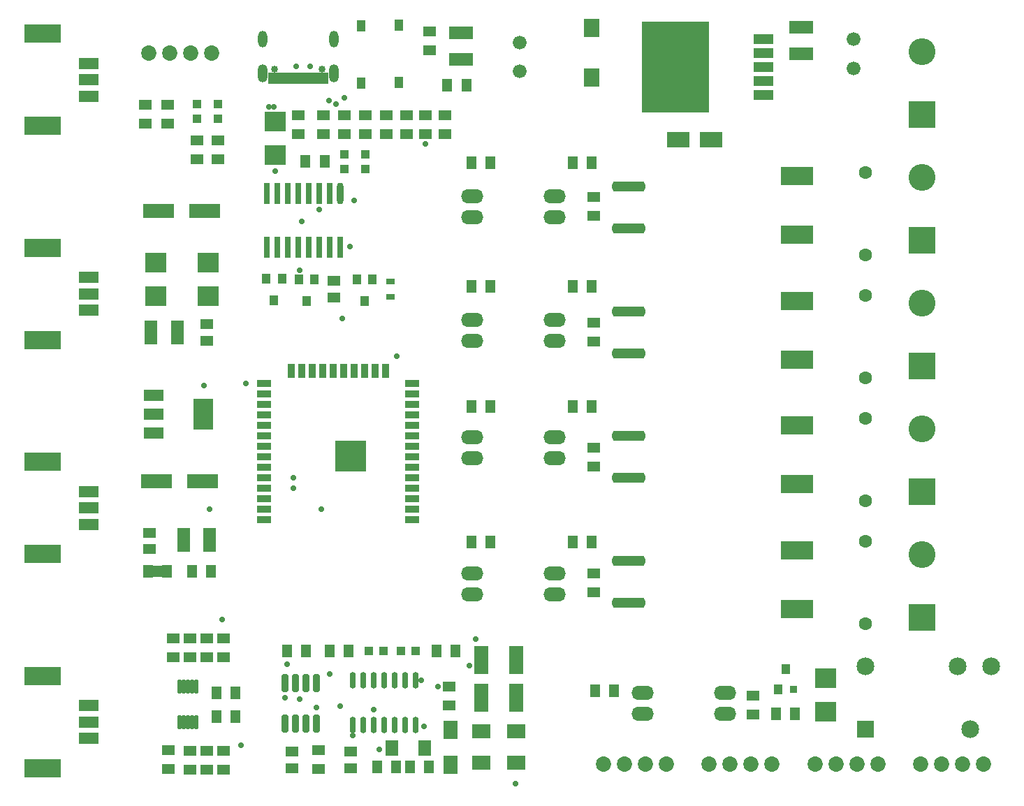
<source format=gts>
G04*
G04 #@! TF.GenerationSoftware,Altium Limited,Altium Designer,19.0.10 (269)*
G04*
G04 Layer_Color=8388736*
%FSTAX24Y24*%
%MOIN*%
G70*
G01*
G75*
%ADD46R,0.1457X0.1457*%
%ADD47R,0.0354X0.0709*%
%ADD48R,0.0709X0.0354*%
%ADD50R,0.0354X0.0374*%
%ADD64R,0.0395X0.0434*%
%ADD65R,0.0630X0.0474*%
%ADD66R,0.0474X0.0630*%
%ADD67R,0.0630X0.0513*%
G04:AMPARAMS|DCode=68|XSize=85.6mil|YSize=31.2mil|CornerRadius=6.9mil|HoleSize=0mil|Usage=FLASHONLY|Rotation=270.000|XOffset=0mil|YOffset=0mil|HoleType=Round|Shape=RoundedRectangle|*
%AMROUNDEDRECTD68*
21,1,0.0856,0.0174,0,0,270.0*
21,1,0.0718,0.0312,0,0,270.0*
1,1,0.0138,-0.0087,-0.0359*
1,1,0.0138,-0.0087,0.0359*
1,1,0.0138,0.0087,0.0359*
1,1,0.0138,0.0087,-0.0359*
%
%ADD68ROUNDEDRECTD68*%
%ADD69O,0.0297X0.0789*%
%ADD70R,0.0434X0.0395*%
%ADD71R,0.0671X0.1340*%
%ADD72R,0.0619X0.0718*%
%ADD73R,0.0915X0.0671*%
%ADD74R,0.0671X0.0915*%
%ADD75R,0.0493X0.0592*%
%ADD76R,0.0962X0.1497*%
%ADD77R,0.0962X0.0560*%
G04:AMPARAMS|DCode=78|XSize=65.9mil|YSize=19mil|CornerRadius=5.4mil|HoleSize=0mil|Usage=FLASHONLY|Rotation=270.000|XOffset=0mil|YOffset=0mil|HoleType=Round|Shape=RoundedRectangle|*
%AMROUNDEDRECTD78*
21,1,0.0659,0.0083,0,0,270.0*
21,1,0.0551,0.0190,0,0,270.0*
1,1,0.0108,-0.0041,-0.0276*
1,1,0.0108,-0.0041,0.0276*
1,1,0.0108,0.0041,0.0276*
1,1,0.0108,0.0041,-0.0276*
%
%ADD78ROUNDEDRECTD78*%
%ADD79R,0.0986X0.0980*%
%ADD80R,0.1458X0.0710*%
%ADD81R,0.0592X0.1143*%
%ADD82R,0.0970X0.0570*%
%ADD83R,0.1750X0.0890*%
%ADD84O,0.1064X0.0671*%
%ADD85R,0.0434X0.0454*%
%ADD86R,0.0310X0.1044*%
%ADD87O,0.0310X0.1044*%
%ADD88R,0.0198X0.0529*%
%ADD89R,0.0395X0.0552*%
%ADD90R,0.1580X0.0880*%
G04:AMPARAMS|DCode=91|XSize=49.7mil|YSize=156.8mil|CornerRadius=15.1mil|HoleSize=0mil|Usage=FLASHONLY|Rotation=270.000|XOffset=0mil|YOffset=0mil|HoleType=Round|Shape=RoundedRectangle|*
%AMROUNDEDRECTD91*
21,1,0.0497,0.1267,0,0,270.0*
21,1,0.0196,0.1568,0,0,270.0*
1,1,0.0301,-0.0634,-0.0098*
1,1,0.0301,-0.0634,0.0098*
1,1,0.0301,0.0634,0.0098*
1,1,0.0301,0.0634,-0.0098*
%
%ADD91ROUNDEDRECTD91*%
%ADD92R,0.0434X0.0316*%
%ADD93R,0.0395X0.0474*%
%ADD94R,0.0930X0.0501*%
%ADD95R,0.3230X0.4332*%
%ADD96R,0.0749X0.0867*%
%ADD97R,0.1143X0.0592*%
%ADD98R,0.1064X0.0749*%
%ADD99R,0.1280X0.1280*%
%ADD100C,0.1280*%
%ADD101R,0.0552X0.0552*%
%ADD102C,0.0730*%
%ADD103C,0.0848*%
%ADD104R,0.0848X0.0848*%
%ADD105C,0.0336*%
%ADD106O,0.0474X0.0867*%
%ADD107O,0.0434X0.0789*%
%ADD108C,0.0631*%
%ADD109C,0.0659*%
%ADD110C,0.0280*%
D46*
X037134Y066289D02*
D03*
D47*
X038791Y07036D02*
D03*
X038291D02*
D03*
X037291D02*
D03*
X037791D02*
D03*
X036291D02*
D03*
X036791D02*
D03*
X035291D02*
D03*
X035791D02*
D03*
X034291D02*
D03*
X034791D02*
D03*
D48*
X033Y06325D02*
D03*
Y06375D02*
D03*
Y06475D02*
D03*
Y06425D02*
D03*
Y06575D02*
D03*
Y06525D02*
D03*
Y06675D02*
D03*
Y06625D02*
D03*
Y06775D02*
D03*
Y06725D02*
D03*
Y06875D02*
D03*
Y06825D02*
D03*
Y06975D02*
D03*
Y06925D02*
D03*
X040087D02*
D03*
Y06975D02*
D03*
Y06825D02*
D03*
Y06875D02*
D03*
Y06725D02*
D03*
Y06775D02*
D03*
Y06625D02*
D03*
Y06675D02*
D03*
Y06525D02*
D03*
Y06575D02*
D03*
Y06375D02*
D03*
Y06475D02*
D03*
Y06325D02*
D03*
Y06425D02*
D03*
D50*
X058274Y055158D02*
D03*
D64*
X0298Y083104D02*
D03*
Y082396D02*
D03*
X0308Y083104D02*
D03*
Y082396D02*
D03*
X03785Y079996D02*
D03*
Y080704D02*
D03*
X03685Y079996D02*
D03*
Y080704D02*
D03*
D65*
X0298Y08045D02*
D03*
Y08135D02*
D03*
X0308Y08045D02*
D03*
Y08135D02*
D03*
X04165Y08255D02*
D03*
Y08165D02*
D03*
X0407Y08165D02*
D03*
Y08255D02*
D03*
X0356Y05225D02*
D03*
Y05135D02*
D03*
X031081Y051341D02*
D03*
Y052241D02*
D03*
Y057591D02*
D03*
Y056691D02*
D03*
X030281Y051341D02*
D03*
Y052241D02*
D03*
X029481Y051341D02*
D03*
Y052241D02*
D03*
X030281Y057591D02*
D03*
Y056691D02*
D03*
X029481Y057591D02*
D03*
Y056691D02*
D03*
X028681Y057591D02*
D03*
Y056691D02*
D03*
X02845Y05135D02*
D03*
Y05225D02*
D03*
X04185Y0544D02*
D03*
Y0553D02*
D03*
X05635Y05395D02*
D03*
Y05485D02*
D03*
X027348Y08215D02*
D03*
Y08305D02*
D03*
X0284Y08215D02*
D03*
Y08305D02*
D03*
X035839Y08255D02*
D03*
Y08165D02*
D03*
X03465Y08165D02*
D03*
Y08255D02*
D03*
X04875Y065783D02*
D03*
Y066683D02*
D03*
Y07775D02*
D03*
Y07865D02*
D03*
X03885Y08165D02*
D03*
Y08255D02*
D03*
X0398Y08165D02*
D03*
Y08255D02*
D03*
X04875Y071767D02*
D03*
Y072667D02*
D03*
X03785Y08255D02*
D03*
Y08165D02*
D03*
X04875Y0598D02*
D03*
Y0607D02*
D03*
X03685Y08255D02*
D03*
Y08165D02*
D03*
X040904Y08655D02*
D03*
Y08565D02*
D03*
D66*
X038413Y05145D02*
D03*
X039313D02*
D03*
X039987D02*
D03*
X040887D02*
D03*
X03705Y057D02*
D03*
X03615D02*
D03*
X0341D02*
D03*
X035D02*
D03*
X04125D02*
D03*
X04215D02*
D03*
X030475Y060789D02*
D03*
X029575D02*
D03*
X031631Y053845D02*
D03*
X030731D02*
D03*
X031631Y054991D02*
D03*
X030731D02*
D03*
X0488Y0551D02*
D03*
X0497D02*
D03*
X05835Y054D02*
D03*
X05745D02*
D03*
X0438Y06865D02*
D03*
X0429D02*
D03*
X0438Y0803D02*
D03*
X0429D02*
D03*
X04865Y06866D02*
D03*
X04775D02*
D03*
X04865Y0803D02*
D03*
X04775D02*
D03*
X0438Y07439D02*
D03*
X0429D02*
D03*
X0438Y0622D02*
D03*
X0429D02*
D03*
X04865Y0744D02*
D03*
X04775D02*
D03*
X04865Y06221D02*
D03*
X04775D02*
D03*
D67*
X03435Y051406D02*
D03*
Y052194D02*
D03*
X03715Y0514D02*
D03*
Y052187D02*
D03*
X027525Y062632D02*
D03*
Y061845D02*
D03*
X030275Y071801D02*
D03*
Y072589D02*
D03*
X03635Y073856D02*
D03*
Y074644D02*
D03*
D68*
X0355Y05547D02*
D03*
X035D02*
D03*
X0345D02*
D03*
X034D02*
D03*
Y053522D02*
D03*
X0345D02*
D03*
X035D02*
D03*
X0355D02*
D03*
D69*
X03725Y053472D02*
D03*
X03775D02*
D03*
X03825D02*
D03*
X03875D02*
D03*
X03925D02*
D03*
X03975D02*
D03*
X04025D02*
D03*
X03725Y055598D02*
D03*
X03775D02*
D03*
X03825D02*
D03*
X03875D02*
D03*
X03925D02*
D03*
X03975D02*
D03*
X04025D02*
D03*
D70*
X038709Y057D02*
D03*
X038D02*
D03*
X039546D02*
D03*
X040254D02*
D03*
D71*
X043373Y05655D02*
D03*
X045027D02*
D03*
X043373Y05475D02*
D03*
X045027D02*
D03*
D72*
X039113Y05235D02*
D03*
X040687D02*
D03*
D73*
X045033Y05165D02*
D03*
X043367D02*
D03*
Y05315D02*
D03*
X045033D02*
D03*
D74*
X0419Y051567D02*
D03*
Y053233D02*
D03*
D75*
X027462Y060789D02*
D03*
X028389D02*
D03*
X034973Y08035D02*
D03*
X0359D02*
D03*
X042668Y084D02*
D03*
X041741D02*
D03*
D76*
X030106Y068289D02*
D03*
D77*
X027744Y067383D02*
D03*
Y068289D02*
D03*
Y069194D02*
D03*
D78*
X029775Y055283D02*
D03*
X029578D02*
D03*
X029381D02*
D03*
X029185D02*
D03*
X028988D02*
D03*
Y053591D02*
D03*
X029185D02*
D03*
X029381D02*
D03*
X029578D02*
D03*
X029775D02*
D03*
D79*
X030325Y073939D02*
D03*
Y075539D02*
D03*
X027825Y073939D02*
D03*
Y075539D02*
D03*
X0598Y0557D02*
D03*
Y0541D02*
D03*
X03355Y08065D02*
D03*
Y08225D02*
D03*
D80*
X027873Y065089D02*
D03*
X030077D02*
D03*
X027973Y077989D02*
D03*
X030177D02*
D03*
D81*
X030416Y062289D02*
D03*
X029156D02*
D03*
X027615Y072189D02*
D03*
X028875D02*
D03*
D82*
X024642Y083463D02*
D03*
Y08425D02*
D03*
Y085037D02*
D03*
Y073246D02*
D03*
Y074033D02*
D03*
Y074821D02*
D03*
Y063029D02*
D03*
Y063817D02*
D03*
Y064604D02*
D03*
Y052813D02*
D03*
Y0536D02*
D03*
Y054387D02*
D03*
D83*
X022445Y086455D02*
D03*
Y082045D02*
D03*
Y076238D02*
D03*
Y071829D02*
D03*
Y066021D02*
D03*
Y061612D02*
D03*
Y055805D02*
D03*
Y051395D02*
D03*
D84*
X055019Y054D02*
D03*
Y055D02*
D03*
X051082Y054D02*
D03*
Y055D02*
D03*
X046869Y0662D02*
D03*
Y0672D02*
D03*
X042931Y0662D02*
D03*
Y0672D02*
D03*
X046869Y0777D02*
D03*
Y0787D02*
D03*
X042931Y0777D02*
D03*
Y0787D02*
D03*
X046869Y0718D02*
D03*
Y0728D02*
D03*
X042931Y0718D02*
D03*
Y0728D02*
D03*
X046869Y0597D02*
D03*
Y0607D02*
D03*
X042931Y0597D02*
D03*
Y0607D02*
D03*
D85*
X057526Y055158D02*
D03*
X0579Y056142D02*
D03*
D86*
X03664Y07627D02*
D03*
X03614D02*
D03*
X03564D02*
D03*
X03514D02*
D03*
X03464D02*
D03*
X03414D02*
D03*
X03364D02*
D03*
X03314D02*
D03*
X03314Y07883D02*
D03*
X03364D02*
D03*
X03414D02*
D03*
X03464D02*
D03*
X03514D02*
D03*
X03564D02*
D03*
X03614D02*
D03*
D87*
X03664D02*
D03*
D88*
X034736Y084329D02*
D03*
X034933D02*
D03*
X03513D02*
D03*
X035327D02*
D03*
X035524D02*
D03*
X035642D02*
D03*
X035839D02*
D03*
X035957D02*
D03*
X034539D02*
D03*
X034343D02*
D03*
X034146D02*
D03*
X033949D02*
D03*
X033752D02*
D03*
X033634D02*
D03*
X033437D02*
D03*
X033319D02*
D03*
D89*
X03945Y08412D02*
D03*
Y086876D02*
D03*
X03765Y084085D02*
D03*
Y086841D02*
D03*
D90*
X05845Y06775D02*
D03*
Y06495D02*
D03*
Y07965D02*
D03*
Y07685D02*
D03*
Y0737D02*
D03*
Y0709D02*
D03*
Y0618D02*
D03*
Y059D02*
D03*
D91*
X050391Y06725D02*
D03*
Y06525D02*
D03*
Y07915D02*
D03*
Y07715D02*
D03*
Y0732D02*
D03*
Y0712D02*
D03*
Y0613D02*
D03*
Y0593D02*
D03*
D92*
X03905Y0739D02*
D03*
X03905Y074615D02*
D03*
D93*
X0378Y073688D02*
D03*
X037426Y074712D02*
D03*
X038174D02*
D03*
X033489Y073738D02*
D03*
X033115Y074762D02*
D03*
X033863D02*
D03*
X03504Y073688D02*
D03*
X034666Y074712D02*
D03*
X035414D02*
D03*
D94*
X05685Y086189D02*
D03*
Y085519D02*
D03*
Y083511D02*
D03*
Y084181D02*
D03*
Y08485D02*
D03*
D95*
X05265D02*
D03*
D96*
X04865Y084369D02*
D03*
Y086731D02*
D03*
D97*
X05865Y085509D02*
D03*
Y086769D02*
D03*
X042404Y086491D02*
D03*
Y085231D02*
D03*
D98*
X054337Y0814D02*
D03*
X052763D02*
D03*
D99*
X0644Y0826D02*
D03*
Y0646D02*
D03*
Y0766D02*
D03*
Y0706D02*
D03*
Y0586D02*
D03*
D100*
Y0856D02*
D03*
Y0676D02*
D03*
Y0796D02*
D03*
Y0736D02*
D03*
Y0616D02*
D03*
D101*
X027925Y060789D02*
D03*
D102*
X0492Y0516D02*
D03*
X0522D02*
D03*
X0502D02*
D03*
X0512D02*
D03*
X05425Y051586D02*
D03*
X05725D02*
D03*
X05525D02*
D03*
X05625D02*
D03*
X06435Y0516D02*
D03*
X06735D02*
D03*
X06535D02*
D03*
X06635D02*
D03*
X0593Y051586D02*
D03*
X0623D02*
D03*
X0603D02*
D03*
X0613D02*
D03*
X0305Y085514D02*
D03*
X0275D02*
D03*
X0295D02*
D03*
X0285D02*
D03*
D103*
X061707Y05625D02*
D03*
X066707Y05325D02*
D03*
X066107Y05625D02*
D03*
X067707D02*
D03*
D104*
X061707Y05325D02*
D03*
D105*
X035776Y08475D02*
D03*
X0335D02*
D03*
D106*
X036341Y084561D02*
D03*
X032935D02*
D03*
D107*
X036341Y086207D02*
D03*
X032935D02*
D03*
D108*
X0617Y064148D02*
D03*
Y068085D02*
D03*
Y075881D02*
D03*
Y079819D02*
D03*
Y070015D02*
D03*
Y073952D02*
D03*
Y058281D02*
D03*
Y062218D02*
D03*
D109*
X06115Y0848D02*
D03*
Y086178D02*
D03*
X0452Y086039D02*
D03*
Y084661D02*
D03*
D110*
X0352Y0849D02*
D03*
X03455D02*
D03*
X03355Y0799D02*
D03*
X0371Y0763D02*
D03*
X0373Y0785D02*
D03*
X0344Y06525D02*
D03*
Y06475D02*
D03*
X03565Y07805D02*
D03*
X034791Y0775D02*
D03*
X0407Y0812D02*
D03*
X03675Y07285D02*
D03*
X03935Y07105D02*
D03*
X0304Y06375D02*
D03*
X03575D02*
D03*
X03015Y06965D02*
D03*
X03685Y0834D02*
D03*
X0413Y055283D02*
D03*
X0405Y055598D02*
D03*
X031895Y052495D02*
D03*
X031Y0585D02*
D03*
X045Y05065D02*
D03*
X03215Y06975D02*
D03*
X0347Y07515D02*
D03*
X03325Y08295D02*
D03*
X033489D02*
D03*
X03645Y0831D02*
D03*
X0361Y08325D02*
D03*
X0428Y0563D02*
D03*
X0431Y05755D02*
D03*
X03615Y0559D02*
D03*
X03665Y054353D02*
D03*
X04065Y0534D02*
D03*
X0347Y0547D02*
D03*
X0341Y05635D02*
D03*
X03825Y0542D02*
D03*
X0355Y0543D02*
D03*
X0385Y0523D02*
D03*
X03725Y05295D02*
D03*
X034Y05475D02*
D03*
M02*

</source>
